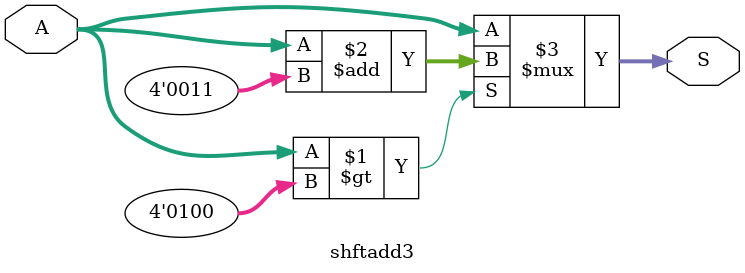
<source format=v>
module shftadd3(input [3:0]A, output [3:0]S);
assign S = (A>4'd4) ? (A+4'd3):A;
endmodule

</source>
